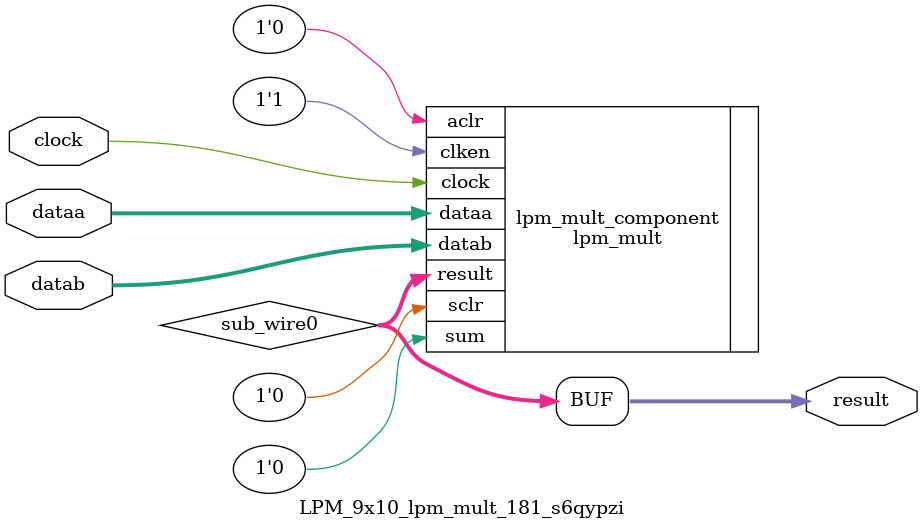
<source format=v>


`timescale 1 ps / 1 ps
// synopsys translate_on
module  LPM_9x10_lpm_mult_181_s6qypzi  (
            clock,
            dataa,
            datab,
            result);

            input  clock;
            input [9:0] dataa;
            input [8:0] datab;
            output [18:0] result;

            wire [18:0] sub_wire0;
            wire [18:0] result = sub_wire0[18:0];    

            lpm_mult        lpm_mult_component (
                                        .clock (clock),
                                        .dataa (dataa),
                                        .datab (datab),
                                        .result (sub_wire0),
                                        .aclr (1'b0),
                                        .clken (1'b1),
                                        .sclr (1'b0),
                                        .sum (1'b0));
            defparam
                    lpm_mult_component.lpm_hint = "MAXIMIZE_SPEED=9",
                    lpm_mult_component.lpm_pipeline = 1,
                    lpm_mult_component.lpm_representation = "UNSIGNED",
                    lpm_mult_component.lpm_type = "LPM_MULT",
                    lpm_mult_component.lpm_widtha = 10,
                    lpm_mult_component.lpm_widthb = 9,
                    lpm_mult_component.lpm_widthp = 19;


endmodule



</source>
